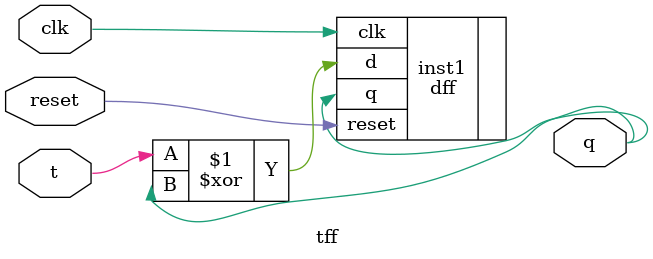
<source format=v>
`include "que2_b.v"
module tff(input t, clk, reset, output q); 
dff inst1(.d(t^q),.clk(clk),.reset(reset),.q(q));

endmodule


</source>
